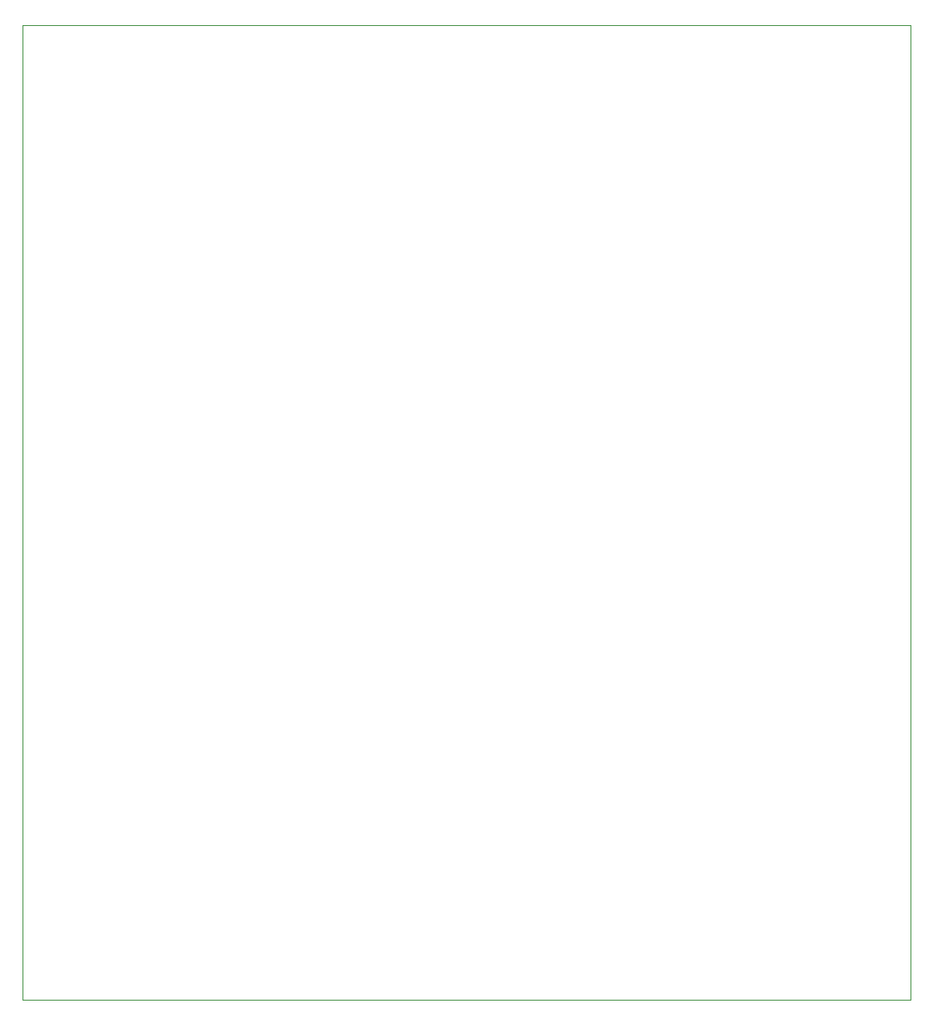
<source format=gbr>
%TF.GenerationSoftware,KiCad,Pcbnew,5.1.6-c6e7f7d~87~ubuntu18.04.1*%
%TF.CreationDate,2020-11-14T14:43:28-05:00*%
%TF.ProjectId,remote,72656d6f-7465-42e6-9b69-6361645f7063,rev?*%
%TF.SameCoordinates,Original*%
%TF.FileFunction,Profile,NP*%
%FSLAX46Y46*%
G04 Gerber Fmt 4.6, Leading zero omitted, Abs format (unit mm)*
G04 Created by KiCad (PCBNEW 5.1.6-c6e7f7d~87~ubuntu18.04.1) date 2020-11-14 14:43:28*
%MOMM*%
%LPD*%
G01*
G04 APERTURE LIST*
%TA.AperFunction,Profile*%
%ADD10C,0.050000*%
%TD*%
G04 APERTURE END LIST*
D10*
X160274000Y-154432000D02*
X160274000Y-59182000D01*
X73406000Y-59182000D02*
X73406000Y-154432000D01*
X160274000Y-59182000D02*
X73406000Y-59182000D01*
X151638000Y-154432000D02*
X160274000Y-154432000D01*
X73406000Y-154432000D02*
X151638000Y-154432000D01*
M02*

</source>
